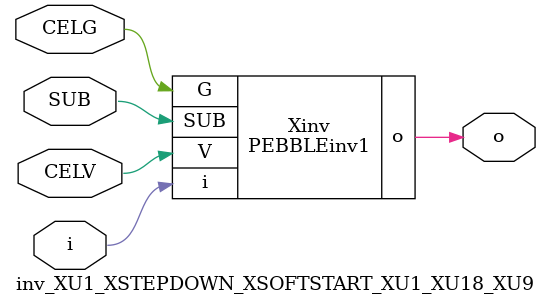
<source format=v>



module PEBBLEinv1 ( o, G, SUB, V, i );

  input V;
  input i;
  input G;
  output o;
  input SUB;
endmodule

//Celera Confidential Do Not Copy inv_XU1_XSTEPDOWN_XSOFTSTART_XU1_XU18_XU9
//Celera Confidential Symbol Generator
//5V Inverter
module inv_XU1_XSTEPDOWN_XSOFTSTART_XU1_XU18_XU9 (CELV,CELG,i,o,SUB);
input CELV;
input CELG;
input i;
input SUB;
output o;

//Celera Confidential Do Not Copy inv
PEBBLEinv1 Xinv(
.V (CELV),
.i (i),
.o (o),
.SUB (SUB),
.G (CELG)
);
//,diesize,PEBBLEinv1

//Celera Confidential Do Not Copy Module End
//Celera Schematic Generator
endmodule

</source>
